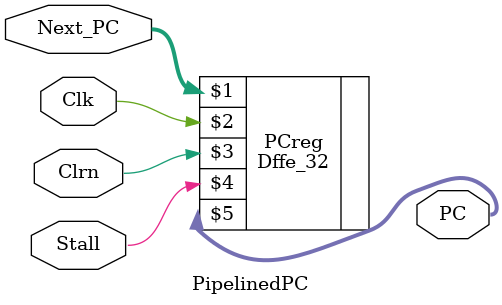
<source format=v>
`timescale 1ns / 1ps


module PipelinedPC(Next_PC,Stall,Clk,Clrn,PC);
    input [31:0]Next_PC;
    input       Stall,Clk,Clrn;
    output [31:0]PC;
    Dffe_32 PCreg(Next_PC,Clk,Clrn,Stall,PC);
endmodule

</source>
